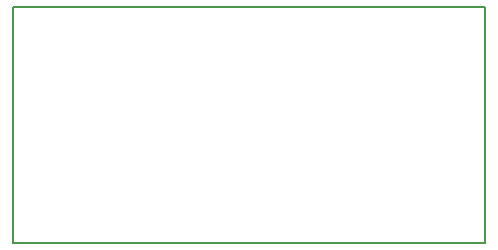
<source format=gm1>
G04 #@! TF.GenerationSoftware,KiCad,Pcbnew,(5.1.5)-1*
G04 #@! TF.CreationDate,2020-06-06T10:03:48+02:00*
G04 #@! TF.ProjectId,MP8765,4d503837-3635-42e6-9b69-6361645f7063,rev?*
G04 #@! TF.SameCoordinates,PXe9a6740PY8f0d180*
G04 #@! TF.FileFunction,Profile,NP*
%FSLAX45Y45*%
G04 Gerber Fmt 4.5, Leading zero omitted, Abs format (unit mm)*
G04 Created by KiCad (PCBNEW (5.1.5)-1) date 2020-06-06 10:03:48*
%MOMM*%
%LPD*%
G04 APERTURE LIST*
%ADD10C,0.150000*%
G04 APERTURE END LIST*
D10*
X-14500000Y8000000D02*
X-14500000Y10000000D01*
X-10500000Y8000000D02*
X-14500000Y8000000D01*
X-10500000Y10000000D02*
X-10500000Y8000000D01*
X-14500000Y10000000D02*
X-10500000Y10000000D01*
M02*

</source>
